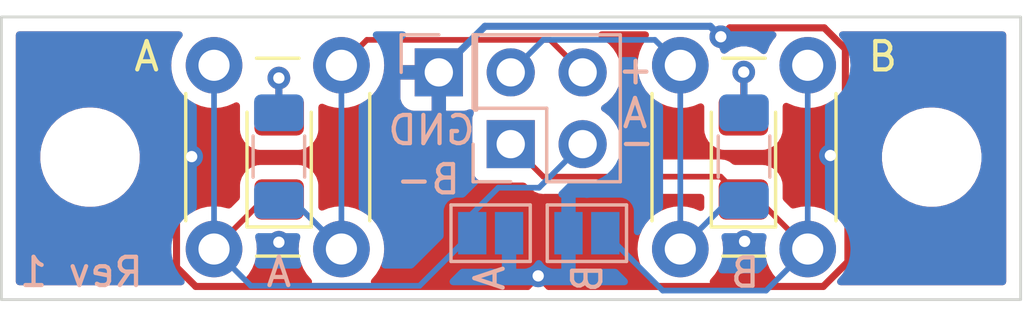
<source format=kicad_pcb>
(kicad_pcb (version 20211014) (generator pcbnew)
  (layers (0 "F.Cu" signal) (31 "B.Cu" signal) (34 "B.Paste" user) (35 "F.Paste" user) (36 "B.SilkS" user "B.Silkscreen") (37 "F.SilkS" user "F.Silkscreen") (38 "B.Mask" user) (39 "F.Mask" user) (44 "Edge.Cuts" user))
  (net 0 "")
  (net 1 "/A-")
  (net 2 "Net-(D1-Pad2)")
  (net 3 "/B-")
  (net 4 "Net-(D2-Pad2)")
  (net 5 "GND")
  (net 6 "/B+")
  (net 7 "/A+")
  (footprint "Button_Switch_THT:SW_PUSH_6mm" (layer "F.Cu") (at 86.38 101.81 90)
    (fp_text reference "SW1" hide)
    (fp_text value "SW_Push" hide)
    (fp_line (start 1 5.5) (end 5.5 5.5) (layer "F.SilkS") (width 0.12))
    (fp_line (start 6.75 3) (end 6.75 1.5) (layer "F.SilkS") (width 0.12))
    (fp_line (start -0.25 1.5) (end -0.25 3) (layer "F.SilkS") (width 0.12))
    (fp_line (start 5.5 -1) (end 1 -1) (layer "F.SilkS") (width 0.12))
    (pad "1" thru_hole circle (at 6.5 0 180) (size 2 2) (drill 1.1) (layers *.Cu *.Mask) (net 1 "/A-"))
    (pad "1" thru_hole circle (at 0 0 180) (size 2 2) (drill 1.1) (layers *.Cu *.Mask) (net 1 "/A-"))
    (pad "2" thru_hole circle (at 6.5 4.5 180) (size 2 2) (drill 1.1) (layers *.Cu *.Mask) (net 7 "/A+"))
    (pad "2" thru_hole circle (at 0 4.5 180) (size 2 2) (drill 1.1) (layers *.Cu *.Mask) (net 7 "/A+"))
  )
  (footprint "LED_SMD:LED_1206_3216Metric_Pad1.42x1.75mm_HandSolder" (layer "F.Cu") (at 105.08 98.57 90)
    (fp_text reference "D2" hide)
    (fp_text value "LED" hide)
    (fp_line (start -2.46 1.135) (end 1.6 1.135) (layer "F.SilkS") (width 0.12))
    (fp_line (start -2.46 -1.135) (end -2.46 1.135) (layer "F.SilkS") (width 0.12))
    (fp_line (start 1.6 -1.135) (end -2.46 -1.135) (layer "F.SilkS") (width 0.12))
    (pad "1" smd roundrect (at -1.4875 0 90) (size 1.425 1.75) (layers "F.Cu" "F.Paste" "F.Mask") (roundrect_rratio 0.1754392982) (net 3 "/B-"))
    (pad "2" smd roundrect (at 1.4875 0 90) (size 1.425 1.75) (layers "F.Cu" "F.Paste" "F.Mask") (roundrect_rratio 0.1754392982) (net 4 "Net-(D2-Pad2)"))
  )
  (footprint "MountingHole:MountingHole_2.5mm" (layer "F.Cu") (at 111.73 98.56)
    (fp_text reference "H2" hide)
    (fp_text value "MountingHole" hide)
    (pad "" np_thru_hole circle (at 0 0) (size 2.5 2.5) (drill 2.5) (layers *.Cu *.Mask))
  )
  (footprint "MountingHole:MountingHole_2.5mm" (layer "F.Cu") (at 82 98.56)
    (fp_text reference "H1" hide)
    (fp_text value "MountingHole" hide)
    (pad "" np_thru_hole circle (at 0 0) (size 2.5 2.5) (drill 2.5) (layers *.Cu *.Mask))
  )
  (footprint "Button_Switch_THT:SW_PUSH_6mm" (layer "F.Cu") (at 107.35 95.31 -90)
    (fp_text reference "SW2" hide)
    (fp_text value "SW_Push" hide)
    (fp_line (start 6.75 3) (end 6.75 1.5) (layer "F.SilkS") (width 0.12))
    (fp_line (start 1 5.5) (end 5.5 5.5) (layer "F.SilkS") (width 0.12))
    (fp_line (start -0.25 1.5) (end -0.25 3) (layer "F.SilkS") (width 0.12))
    (fp_line (start 5.5 -1) (end 1 -1) (layer "F.SilkS") (width 0.12))
    (pad "1" thru_hole circle (at 0 0) (size 2 2) (drill 1.1) (layers *.Cu *.Mask) (net 3 "/B-"))
    (pad "1" thru_hole circle (at 6.5 0) (size 2 2) (drill 1.1) (layers *.Cu *.Mask) (net 3 "/B-"))
    (pad "2" thru_hole circle (at 0 4.5) (size 2 2) (drill 1.1) (layers *.Cu *.Mask) (net 6 "/B+"))
    (pad "2" thru_hole circle (at 6.5 4.5) (size 2 2) (drill 1.1) (layers *.Cu *.Mask) (net 6 "/B+"))
  )
  (footprint "LED_SMD:LED_1206_3216Metric_Pad1.42x1.75mm_HandSolder" (layer "F.Cu") (at 88.68 98.57 90)
    (fp_text reference "D1" hide)
    (fp_text value "LED" hide)
    (fp_line (start -2.46 -1.135) (end -2.46 1.135) (layer "F.SilkS") (width 0.12))
    (fp_line (start -2.46 1.135) (end 1.6 1.135) (layer "F.SilkS") (width 0.12))
    (fp_line (start 1.6 -1.135) (end -2.46 -1.135) (layer "F.SilkS") (width 0.12))
    (pad "1" smd roundrect (at -1.4875 0 90) (size 1.425 1.75) (layers "F.Cu" "F.Paste" "F.Mask") (roundrect_rratio 0.1754392982) (net 1 "/A-"))
    (pad "2" smd roundrect (at 1.4875 0 90) (size 1.425 1.75) (layers "F.Cu" "F.Paste" "F.Mask") (roundrect_rratio 0.1754392982) (net 2 "Net-(D1-Pad2)"))
  )
  (footprint "Connector_PinHeader_2.54mm:PinHeader_1x01_P2.54mm_Vertical" (layer "B.Cu") (at 94.32 95.56 -90)
    (fp_text reference "J1" hide)
    (fp_text value "Conn_GND" hide)
    (fp_line (start -1.33 -1.27) (end 1.33 -1.27) (layer "B.SilkS") (width 0.12))
    (fp_line (start -1.33 -1.33) (end 1.33 -1.33) (layer "B.SilkS") (width 0.12))
    (fp_line (start -1.33 -1.27) (end -1.33 -1.33) (layer "B.SilkS") (width 0.12))
    (fp_line (start -1.33 0) (end -1.33 1.33) (layer "B.SilkS") (width 0.12))
    (fp_line (start 1.33 -1.27) (end 1.33 -1.33) (layer "B.SilkS") (width 0.12))
    (fp_line (start -1.33 1.33) (end 0 1.33) (layer "B.SilkS") (width 0.12))
    (pad "1" thru_hole rect (at 0 0 270) (size 1.7 1.7) (drill 1) (layers *.Cu *.Mask) (net 5 "GND"))
  )
  (footprint "Jumper:SolderJumper-2_P1.3mm_Open_Pad1.0x1.5mm" (layer "B.Cu") (at 96.15 101.25)
    (fp_text reference "JP1" hide)
    (fp_text value "Jmp_A_GND" hide)
    (fp_line (start -1.4 -1) (end -1.4 1) (layer "B.SilkS") (width 0.12))
    (fp_line (start 1.4 1) (end 1.4 -1) (layer "B.SilkS") (width 0.12))
    (fp_line (start -1.4 1) (end 1.4 1) (layer "B.SilkS") (width 0.12))
    (fp_line (start 1.4 -1) (end -1.4 -1) (layer "B.SilkS") (width 0.12))
    (pad "1" smd rect (at -0.65 0) (size 1 1.5) (layers "B.Cu" "B.Mask") (net 1 "/A-"))
    (pad "2" smd rect (at 0.65 0) (size 1 1.5) (layers "B.Cu" "B.Mask") (net 5 "GND"))
  )
  (footprint "Jumper:SolderJumper-2_P1.3mm_Open_Pad1.0x1.5mm" (layer "B.Cu") (at 99.55 101.25 180)
    (fp_text reference "JP2" hide)
    (fp_text value "Jmp_B_GND" hide)
    (fp_line (start 1.4 -1) (end -1.4 -1) (layer "B.SilkS") (width 0.12))
    (fp_line (start 1.4 1) (end 1.4 -1) (layer "B.SilkS") (width 0.12))
    (fp_line (start -1.4 1) (end 1.4 1) (layer "B.SilkS") (width 0.12))
    (fp_line (start -1.4 -1) (end -1.4 1) (layer "B.SilkS") (width 0.12))
    (pad "1" smd rect (at -0.65 0 180) (size 1 1.5) (layers "B.Cu" "B.Mask") (net 3 "/B-"))
    (pad "2" smd rect (at 0.65 0 180) (size 1 1.5) (layers "B.Cu" "B.Mask") (net 5 "GND"))
  )
  (footprint "Connector_PinHeader_2.54mm:PinHeader_2x02_P2.54mm_Vertical" (layer "B.Cu") (at 96.86 98.1)
    (fp_text reference "J2" hide)
    (fp_text value "Conn_Signal" hide)
    (fp_line (start -1.33 1.33) (end 0 1.33) (layer "B.SilkS") (width 0.12))
    (fp_line (start 1.27 1.33) (end 3.87 1.33) (layer "B.SilkS") (width 0.12))
    (fp_line (start -1.33 -3.87) (end 3.87 -3.87) (layer "B.SilkS") (width 0.12))
    (fp_line (start 1.27 -1.27) (end 1.27 1.33) (layer "B.SilkS") (width 0.12))
    (fp_line (start -1.33 0) (end -1.33 1.33) (layer "B.SilkS") (width 0.12))
    (fp_line (start -1.33 -1.27) (end 1.27 -1.27) (layer "B.SilkS") (width 0.12))
    (fp_line (start 3.87 1.33) (end 3.87 -3.87) (layer "B.SilkS") (width 0.12))
    (fp_line (start -1.33 -1.27) (end -1.33 -3.87) (layer "B.SilkS") (width 0.12))
    (pad "1" thru_hole rect (at 0 0) (size 1.7 1.7) (drill 1) (layers *.Cu *.Mask) (net 3 "/B-"))
    (pad "2" thru_hole oval (at 2.54 0) (size 1.7 1.7) (drill 1) (layers *.Cu *.Mask) (net 1 "/A-"))
    (pad "3" thru_hole oval (at 0 -2.54) (size 1.7 1.7) (drill 1) (layers *.Cu *.Mask) (net 6 "/B+"))
    (pad "4" thru_hole oval (at 2.54 -2.54) (size 1.7 1.7) (drill 1) (layers *.Cu *.Mask) (net 7 "/A+"))
  )
  (footprint "Resistor_SMD:R_1206_3216Metric_Pad1.30x1.75mm_HandSolder" (layer "B.Cu") (at 105.1 98.54 -90)
    (fp_text reference "R2" hide)
    (fp_text value "R" hide)
    (fp_line (start -0.727064 0.91) (end 0.727064 0.91) (layer "B.SilkS") (width 0.12))
    (fp_line (start -0.727064 -0.91) (end 0.727064 -0.91) (layer "B.SilkS") (width 0.12))
    (pad "1" smd roundrect (at -1.55 0 270) (size 1.3 1.75) (layers "B.Cu" "B.Paste" "B.Mask") (roundrect_rratio 0.1923076923) (net 4 "Net-(D2-Pad2)"))
    (pad "2" smd roundrect (at 1.55 0 270) (size 1.3 1.75) (layers "B.Cu" "B.Paste" "B.Mask") (roundrect_rratio 0.1923076923) (net 6 "/B+"))
  )
  (footprint "Resistor_SMD:R_1206_3216Metric_Pad1.30x1.75mm_HandSolder" (layer "B.Cu") (at 88.67 98.54 -90)
    (fp_text reference "R1" hide)
    (fp_text value "R" hide)
    (fp_line (start -0.727064 0.91) (end 0.727064 0.91) (layer "B.SilkS") (width 0.12))
    (fp_line (start -0.727064 -0.91) (end 0.727064 -0.91) (layer "B.SilkS") (width 0.12))
    (pad "1" smd roundrect (at -1.55 0 270) (size 1.3 1.75) (layers "B.Cu" "B.Paste" "B.Mask") (roundrect_rratio 0.1923076923) (net 2 "Net-(D1-Pad2)"))
    (pad "2" smd roundrect (at 1.55 0 270) (size 1.3 1.75) (layers "B.Cu" "B.Paste" "B.Mask") (roundrect_rratio 0.1923076923) (net 7 "/A+"))
  )
  (gr_rect (start 78.87 93.6) (end 114.87 103.6) (layer "Edge.Cuts") (width 0.1) (fill none))
  (gr_text "B" (at 99.57 102.839999 90) (layer "B.SilkS") (effects (font (size 1 1)) (justify mirror)))
  (gr_text "B" (at 105.14 102.65) (layer "B.SilkS") (effects (font (size 1 1)) (justify mirror)))
  (gr_text "A" (at 88.67 102.63) (layer "B.SilkS") (effects (font (size 1 1)) (justify mirror)))
  (gr_text "A" (at 101.25 97.01) (layer "B.SilkS") (effects (font (size 1 1)) (justify mirror)))
  (gr_text "A" (at 96.12 102.84 90) (layer "B.SilkS") (effects (font (size 1 1)) (justify mirror)))
  (gr_text "+" (at 101.27 95.46) (layer "B.SilkS") (effects (font (size 1 1)) (justify mirror)))
  (gr_text "Rev 1" (at 79.43 102.63) (layer "B.SilkS") (effects (font (size 1 1)) (justify right mirror)))
  (gr_text "B-" (at 93.94 99.35) (layer "B.SilkS") (effects (font (size 1 1)) (justify mirror)))
  (gr_text "-" (at 101.31 98.02) (layer "B.SilkS") (effects (font (size 1 1)) (justify mirror)))
  (gr_text "GND" (at 94.06 97.61) (layer "B.SilkS") (effects (font (size 1 1)) (justify mirror)))
  (gr_text "A" (at 84 95) (layer "F.SilkS") (effects (font (size 1 1))))
  (gr_text "B" (at 110 95) (layer "F.SilkS") (effects (font (size 1 1))))
  (segment (start 88.1325 100.0575) (end 86.38 101.81) (width 0.2) (layer "F.Cu") (net 1))
  (segment (start 88.68 100.0575) (end 88.1325 100.0575) (width 0.2) (layer "F.Cu") (net 1))
  (segment (start 97.86 99.64) (end 96.42 99.64) (width 0.2) (layer "B.Cu") (net 1))
  (segment (start 96.42 99.64) (end 95.5 100.56) (width 0.2) (layer "B.Cu") (net 1))
  (segment (start 86.38 101.81) (end 86.38 95.31) (width 0.2) (layer "B.Cu") (net 1))
  (segment (start 93.64 103.11) (end 95.5 101.25) (width 0.2) (layer "B.Cu") (net 1))
  (segment (start 86.38 101.81) (end 87.68 103.11) (width 0.2) (layer "B.Cu") (net 1))
  (segment (start 87.68 103.11) (end 93.64 103.11) (width 0.2) (layer "B.Cu") (net 1))
  (segment (start 95.5 100.56) (end 95.5 101.25) (width 0.2) (layer "B.Cu") (net 1))
  (segment (start 99.4 98.1) (end 97.86 99.64) (width 0.2) (layer "B.Cu") (net 1))
  (segment (start 88.67 95.76) (end 88.67 97.0725) (width 0.25) (layer "F.Cu") (net 2))
  (segment (start 88.67 97.0725) (end 88.68 97.0825) (width 0.25) (layer "F.Cu") (net 2))
  (via (at 88.67 95.76) (size 0.8) (drill 0.4) (layers "F.Cu" "B.Cu") (net 2))
  (segment (start 88.67 96.99) (end 88.67 95.76) (width 0.25) (layer "B.Cu") (net 2))
  (segment (start 105.5975 100.0575) (end 105.08 100.0575) (width 0.2) (layer "F.Cu") (net 3))
  (segment (start 107.35 101.81) (end 105.5975 100.0575) (width 0.2) (layer "F.Cu") (net 3))
  (segment (start 104.2725 99.25) (end 105.08 100.0575) (width 0.2) (layer "F.Cu") (net 3))
  (segment (start 96.86 98.1) (end 98.01 99.25) (width 0.2) (layer "F.Cu") (net 3))
  (segment (start 98.01 99.25) (end 104.2725 99.25) (width 0.2) (layer "F.Cu") (net 3))
  (segment (start 107.35 101.81) (end 107.35 95.31) (width 0.2) (layer "B.Cu") (net 3))
  (segment (start 102.23 103.28) (end 100.2 101.25) (width 0.2) (layer "B.Cu") (net 3))
  (segment (start 107.35 101.81) (end 105.88 103.28) (width 0.2) (layer "B.Cu") (net 3))
  (segment (start 105.88 103.28) (end 102.23 103.28) (width 0.2) (layer "B.Cu") (net 3))
  (segment (start 105.09 95.55) (end 105.09 97.0725) (width 0.25) (layer "F.Cu") (net 4))
  (segment (start 105.09 97.0725) (end 105.08 97.0825) (width 0.25) (layer "F.Cu") (net 4))
  (via (at 105.09 95.55) (size 0.8) (drill 0.4) (layers "F.Cu" "B.Cu") (net 4))
  (segment (start 105.1 96.99) (end 105.1 95.56) (width 0.25) (layer "B.Cu") (net 4))
  (segment (start 105.1 95.56) (end 105.09 95.55) (width 0.25) (layer "B.Cu") (net 4))
  (segment (start 105.12 101.54) (end 105.12 102.62) (width 0.25) (layer "F.Cu") (net 5))
  (segment (start 108.77 99.12) (end 108.15 98.5) (width 0.25) (layer "F.Cu") (net 5))
  (segment (start 104.28 94.3) (end 104.595 93.985) (width 0.25) (layer "F.Cu") (net 5))
  (segment (start 108.77 102.263833) (end 108.77 99.12) (width 0.25) (layer "F.Cu") (net 5))
  (segment (start 107.935 93.985) (end 108.68 94.73) (width 0.25) (layer "F.Cu") (net 5))
  (segment (start 97.83 102.76) (end 98.205 103.135) (width 0.25) (layer "F.Cu") (net 5))
  (segment (start 88.67 101.57) (end 88.67 102.8) (width 0.25) (layer "F.Cu") (net 5))
  (segment (start 108.68 97.97) (end 108.15 98.5) (width 0.25) (layer "F.Cu") (net 5))
  (segment (start 107.898833 103.135) (end 108.77 102.263833) (width 0.25) (layer "F.Cu") (net 5))
  (segment (start 85.055 99.075) (end 85.055 102.455) (width 0.25) (layer "F.Cu") (net 5))
  (segment (start 104.595 93.985) (end 107.935 93.985) (width 0.25) (layer "F.Cu") (net 5))
  (segment (start 88.67 102.8) (end 89.005 103.135) (width 0.25) (layer "F.Cu") (net 5))
  (segment (start 98.205 103.135) (end 104.605 103.135) (width 0.25) (layer "F.Cu") (net 5))
  (segment (start 108.68 94.73) (end 108.68 97.97) (width 0.25) (layer "F.Cu") (net 5))
  (segment (start 85.735 103.135) (end 89.005 103.135) (width 0.25) (layer "F.Cu") (net 5))
  (segment (start 89.005 103.135) (end 97.455 103.135) (width 0.25) (layer "F.Cu") (net 5))
  (segment (start 85.055 102.455) (end 85.735 103.135) (width 0.25) (layer "F.Cu") (net 5))
  (segment (start 104.605 103.135) (end 107.898833 103.135) (width 0.25) (layer "F.Cu") (net 5))
  (segment (start 85.59 98.54) (end 85.055 99.075) (width 0.25) (layer "F.Cu") (net 5))
  (segment (start 97.455 103.135) (end 97.83 102.76) (width 0.25) (layer "F.Cu") (net 5))
  (segment (start 105.12 102.62) (end 104.605 103.135) (width 0.25) (layer "F.Cu") (net 5))
  (via (at 88.67 101.57) (size 0.8) (drill 0.4) (layers "F.Cu" "B.Cu") (net 5))
  (via (at 105.12 101.54) (size 0.8) (drill 0.4) (layers "F.Cu" "B.Cu") (net 5))
  (via (at 108.15 98.5) (size 0.8) (drill 0.4) (layers "F.Cu" "B.Cu") (net 5))
  (via (at 104.28 94.3) (size 0.8) (drill 0.4) (layers "F.Cu" "B.Cu") (net 5))
  (via (at 85.59 98.54) (size 0.8) (drill 0.4) (layers "F.Cu" "B.Cu") (net 5))
  (via (at 97.83 102.76) (size 0.8) (drill 0.4) (layers "F.Cu" "B.Cu") (net 5))
  (segment (start 103.91 93.93) (end 104.28 94.3) (width 0.25) (layer "B.Cu") (net 5))
  (segment (start 94.32 95.56) (end 95.95 93.93) (width 0.25) (layer "B.Cu") (net 5))
  (segment (start 95.95 93.93) (end 103.91 93.93) (width 0.25) (layer "B.Cu") (net 5))
  (segment (start 98.01 94.41) (end 101.95 94.41) (width 0.2) (layer "B.Cu") (net 6))
  (segment (start 96.86 95.56) (end 98.01 94.41) (width 0.2) (layer "B.Cu") (net 6))
  (segment (start 102.85 101.81) (end 102.85 95.31) (width 0.2) (layer "B.Cu") (net 6))
  (segment (start 101.95 94.41) (end 102.85 95.31) (width 0.2) (layer "B.Cu") (net 6))
  (segment (start 105.1 100.09) (end 104.57 100.09) (width 0.2) (layer "B.Cu") (net 6))
  (segment (start 104.57 100.09) (end 102.85 101.81) (width 0.2) (layer "B.Cu") (net 6))
  (segment (start 99.4 95.56) (end 98.25 94.41) (width 0.2) (layer "F.Cu") (net 7))
  (segment (start 91.78 94.41) (end 90.88 95.31) (width 0.2) (layer "F.Cu") (net 7))
  (segment (start 98.25 94.41) (end 91.78 94.41) (width 0.2) (layer "F.Cu") (net 7))
  (segment (start 90.88 101.81) (end 89.16 100.09) (width 0.2) (layer "B.Cu") (net 7))
  (segment (start 90.88 101.81) (end 90.88 95.31) (width 0.2) (layer "B.Cu") (net 7))
  (segment (start 89.16 100.09) (end 88.67 100.09) (width 0.2) (layer "B.Cu") (net 7))
  (zone (net 5) (net_name "GND") (layer "F.Cu") (connect_pads (clearance 0.508)) (min_thickness 0.254) (fill yes (thermal_gap 0.508) (thermal_bridge_width 0.508))
    (polygon (pts (xy 115 104) (xy 79 104) (xy 79 93) (xy 115 93)))
  )
  (zone (net 5) (net_name "GND") (layer "B.Cu") (connect_pads (clearance 0.508)) (min_thickness 0.254) (fill yes (thermal_gap 0.508) (thermal_bridge_width 0.508))
    (polygon (pts (xy 115 104) (xy 79 104) (xy 79 93) (xy 115 93)))
  )
)
</source>
